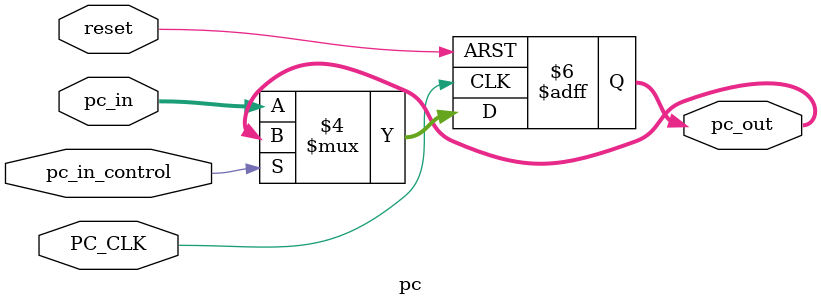
<source format=v>
module pc(
input PC_CLK,
input reset,
input pc_in_control,
input [31:0] pc_in,
output reg [31:0] pc_out
    );
    
    always @(negedge PC_CLK or posedge reset)//ÉÏÉýÑØ or ÏÂ½µÑØ£¿
    begin
        if(reset==1'b1)
            pc_out<=32'h00400000;
        else
        begin
            if(pc_in_control==1'b0)
            pc_out<=pc_in;
            else
            begin
            
            end
        end   
    end

endmodule


</source>
